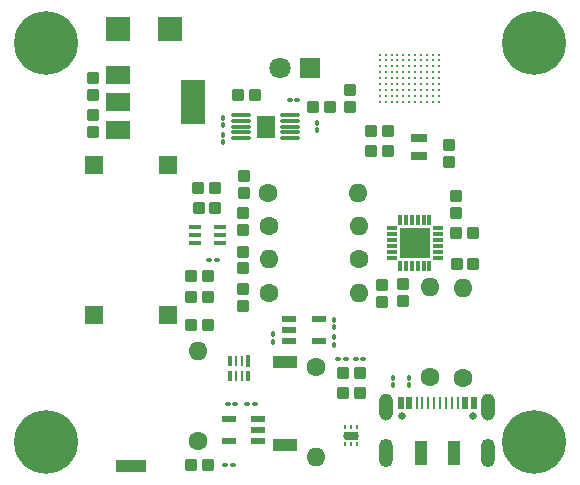
<source format=gts>
%TF.GenerationSoftware,KiCad,Pcbnew,7.0.5*%
%TF.CreationDate,2023-07-26T15:19:29-04:00*%
%TF.ProjectId,GPSPCB,47505350-4342-42e6-9b69-6361645f7063,00*%
%TF.SameCoordinates,Original*%
%TF.FileFunction,Soldermask,Top*%
%TF.FilePolarity,Negative*%
%FSLAX46Y46*%
G04 Gerber Fmt 4.6, Leading zero omitted, Abs format (unit mm)*
G04 Created by KiCad (PCBNEW 7.0.5) date 2023-07-26 15:19:29*
%MOMM*%
%LPD*%
G01*
G04 APERTURE LIST*
G04 Aperture macros list*
%AMRoundRect*
0 Rectangle with rounded corners*
0 $1 Rounding radius*
0 $2 $3 $4 $5 $6 $7 $8 $9 X,Y pos of 4 corners*
0 Add a 4 corners polygon primitive as box body*
4,1,4,$2,$3,$4,$5,$6,$7,$8,$9,$2,$3,0*
0 Add four circle primitives for the rounded corners*
1,1,$1+$1,$2,$3*
1,1,$1+$1,$4,$5*
1,1,$1+$1,$6,$7*
1,1,$1+$1,$8,$9*
0 Add four rect primitives between the rounded corners*
20,1,$1+$1,$2,$3,$4,$5,0*
20,1,$1+$1,$4,$5,$6,$7,0*
20,1,$1+$1,$6,$7,$8,$9,0*
20,1,$1+$1,$8,$9,$2,$3,0*%
%AMFreePoly0*
4,1,14,0.100000,0.600000,0.350000,0.600000,0.350000,-0.600000,0.100000,-0.600000,0.100000,-0.650000,-0.100000,-0.650000,-0.100000,-0.600000,-0.350000,-0.600000,-0.350000,0.450000,-0.200000,0.600000,-0.100000,0.600000,-0.100000,0.650000,0.100000,0.650000,0.100000,0.600000,0.100000,0.600000,$1*%
G04 Aperture macros list end*
%ADD10RoundRect,0.250000X-0.287500X-0.275000X0.287500X-0.275000X0.287500X0.275000X-0.287500X0.275000X0*%
%ADD11RoundRect,0.100000X-0.100000X0.130000X-0.100000X-0.130000X0.100000X-0.130000X0.100000X0.130000X0*%
%ADD12C,1.600000*%
%ADD13O,1.600000X1.600000*%
%ADD14RoundRect,0.250000X0.275000X-0.287500X0.275000X0.287500X-0.275000X0.287500X-0.275000X-0.287500X0*%
%ADD15RoundRect,0.250000X-0.275000X0.287500X-0.275000X-0.287500X0.275000X-0.287500X0.275000X0.287500X0*%
%ADD16R,1.800000X1.800000*%
%ADD17C,1.800000*%
%ADD18RoundRect,0.100000X-0.130000X-0.100000X0.130000X-0.100000X0.130000X0.100000X-0.130000X0.100000X0*%
%ADD19C,5.400000*%
%ADD20C,3.100000*%
%ADD21RoundRect,0.250000X0.287500X0.275000X-0.287500X0.275000X-0.287500X-0.275000X0.287500X-0.275000X0*%
%ADD22O,1.200000X2.400000*%
%ADD23O,1.158000X2.316000*%
%ADD24R,1.000000X2.000000*%
%ADD25R,0.520000X1.000000*%
%ADD26R,0.270000X1.000000*%
%ADD27C,0.630000*%
%ADD28C,0.600000*%
%ADD29R,1.200000X0.600000*%
%ADD30O,1.699999X0.299999*%
%ADD31R,1.569999X1.879999*%
%ADD32R,1.050000X0.400000*%
%ADD33R,2.000000X2.000000*%
%ADD34R,1.400000X0.700000*%
%ADD35R,2.000000X1.000000*%
%ADD36RoundRect,0.100000X0.100000X-0.130000X0.100000X0.130000X-0.100000X0.130000X-0.100000X-0.130000X0*%
%ADD37R,1.500000X1.500000*%
%ADD38R,2.500000X1.000000*%
%ADD39FreePoly0,90.000000*%
%ADD40RoundRect,0.062500X0.062500X-0.112500X0.062500X0.112500X-0.062500X0.112500X-0.062500X-0.112500X0*%
%ADD41R,2.000000X1.500000*%
%ADD42R,2.000000X3.800000*%
%ADD43R,0.300000X1.000000*%
%ADD44R,0.250000X0.950000*%
%ADD45R,0.300000X0.950000*%
%ADD46R,0.300000X0.850000*%
%ADD47R,0.850000X0.300000*%
%ADD48R,2.650000X2.650000*%
%ADD49C,0.290000*%
%ADD50RoundRect,0.100000X0.130000X0.100000X-0.130000X0.100000X-0.130000X-0.100000X0.130000X-0.100000X0*%
G04 APERTURE END LIST*
D10*
%TO.C,C14*%
X71797500Y-59660000D03*
X73222500Y-59660000D03*
%TD*%
%TO.C,C9*%
X63645000Y-68895000D03*
X62220000Y-68895000D03*
%TD*%
D11*
%TO.C,R5*%
X52017500Y-48697500D03*
X52017500Y-49337500D03*
%TD*%
D12*
%TO.C,L3*%
X69530000Y-69230000D03*
D13*
X69530000Y-61610000D03*
%TD*%
D14*
%TO.C,C18*%
X67280000Y-62782500D03*
X67280000Y-61357500D03*
%TD*%
D15*
%TO.C,C15*%
X62810000Y-44895000D03*
X62810000Y-46320000D03*
%TD*%
D16*
%TO.C,D2*%
X59357500Y-43052500D03*
D17*
X56817500Y-43052500D03*
%TD*%
D18*
%TO.C,R14*%
X52210000Y-76670000D03*
X52850000Y-76670000D03*
%TD*%
D19*
%TO.C,H4*%
X37010000Y-74660000D03*
D20*
X37010000Y-74660000D03*
%TD*%
D14*
%TO.C,C19*%
X53750000Y-56765000D03*
X53750000Y-55340000D03*
%TD*%
D21*
%TO.C,C4*%
X65975000Y-50090000D03*
X64550000Y-50090000D03*
%TD*%
D22*
%TO.C,J1*%
X74480000Y-75600000D03*
X65840000Y-75600000D03*
D23*
X74480000Y-71775000D03*
X65840000Y-71775000D03*
D24*
X71560000Y-75600000D03*
X68760000Y-75600000D03*
D25*
X73260000Y-71400000D03*
X72510000Y-71400000D03*
D26*
X71910000Y-71400000D03*
X71410000Y-71400000D03*
X70910000Y-71400000D03*
X70410000Y-71400000D03*
X69910000Y-71400000D03*
X69410000Y-71400000D03*
X68910000Y-71400000D03*
X68410000Y-71400000D03*
D25*
X67810000Y-71400000D03*
X67060000Y-71400000D03*
D27*
X73160000Y-72500000D03*
D28*
X73160000Y-72500000D03*
D27*
X67160000Y-72500000D03*
%TD*%
D15*
%TO.C,C16*%
X65510000Y-61415000D03*
X65510000Y-62840000D03*
%TD*%
D12*
%TO.C,L2*%
X55890000Y-62080000D03*
D13*
X63510000Y-62080000D03*
%TD*%
D11*
%TO.C,R9*%
X61380000Y-64355000D03*
X61380000Y-64995000D03*
%TD*%
%TO.C,R4*%
X52017500Y-47232500D03*
X52017500Y-47872500D03*
%TD*%
D29*
%TO.C,IC2*%
X60120000Y-64280000D03*
X60120000Y-66180000D03*
X57620000Y-66180000D03*
X57620000Y-65230000D03*
X57620000Y-64280000D03*
%TD*%
D30*
%TO.C,U4*%
X53577502Y-46992499D03*
X53577502Y-47492498D03*
X53577502Y-47992500D03*
X53577502Y-48492499D03*
X53577502Y-48992501D03*
X57677501Y-48992501D03*
X57677501Y-48492499D03*
X57677501Y-47992500D03*
X57677501Y-47492498D03*
X57677501Y-46992499D03*
D31*
X55627500Y-47992500D03*
%TD*%
D18*
%TO.C,R7*%
X57667500Y-45752500D03*
X58307500Y-45752500D03*
%TD*%
D29*
%TO.C,IC5*%
X55020000Y-74650000D03*
X55020000Y-73700000D03*
X55020000Y-72750000D03*
X52520000Y-72750000D03*
X52520000Y-74650000D03*
%TD*%
D32*
%TO.C,IC4*%
X51740000Y-57820000D03*
X51740000Y-57170000D03*
X51740000Y-56520000D03*
X49640000Y-56520000D03*
X49640000Y-57170000D03*
X49640000Y-57820000D03*
%TD*%
D11*
%TO.C,R6*%
X59970000Y-47670000D03*
X59970000Y-48310000D03*
%TD*%
D33*
%TO.C,TP2*%
X47540000Y-39710000D03*
%TD*%
D14*
%TO.C,C12*%
X71770000Y-55280000D03*
X71770000Y-53855000D03*
%TD*%
D21*
%TO.C,C23*%
X51385000Y-54890000D03*
X49960000Y-54890000D03*
%TD*%
D15*
%TO.C,C5*%
X71160000Y-49570000D03*
X71160000Y-50995000D03*
%TD*%
D20*
%TO.C,H2*%
X78370000Y-40940000D03*
D19*
X78370000Y-40940000D03*
%TD*%
D12*
%TO.C,Le*%
X63510000Y-59200000D03*
D13*
X55890000Y-59200000D03*
%TD*%
D12*
%TO.C,L7*%
X55870000Y-53590000D03*
D13*
X63490000Y-53590000D03*
%TD*%
D34*
%TO.C,Y2*%
X68610000Y-48950000D03*
X68610000Y-50450000D03*
%TD*%
D35*
%TO.C,ANT1*%
X57307500Y-67915000D03*
X57307500Y-74915000D03*
%TD*%
D12*
%TO.C,L4*%
X72374315Y-69240000D03*
D13*
X72374315Y-61620000D03*
%TD*%
D14*
%TO.C,C21*%
X53780000Y-53600000D03*
X53780000Y-52175000D03*
%TD*%
D21*
%TO.C,C22*%
X51340000Y-53200000D03*
X49915000Y-53200000D03*
%TD*%
D13*
%TO.C,L1*%
X59907500Y-75995000D03*
D12*
X59907500Y-68375000D03*
%TD*%
D15*
%TO.C,C6*%
X40980000Y-43920000D03*
X40980000Y-45345000D03*
%TD*%
D18*
%TO.C,R16*%
X54710000Y-71440000D03*
X54070000Y-71440000D03*
%TD*%
D36*
%TO.C,R10*%
X56280000Y-65560000D03*
X56280000Y-66200000D03*
%TD*%
D37*
%TO.C,ANT2*%
X47340000Y-51220000D03*
X41120000Y-51220000D03*
X47340000Y-63980000D03*
X41120000Y-63980000D03*
D38*
X44230000Y-76730000D03*
%TD*%
D36*
%TO.C,R2*%
X66440000Y-69260000D03*
X66440000Y-69900000D03*
%TD*%
D39*
%TO.C,U2*%
X62867500Y-74165000D03*
D40*
X62367500Y-73440000D03*
X62867500Y-73440000D03*
X63367500Y-73440000D03*
X63367500Y-74890000D03*
X62867500Y-74890000D03*
X62367500Y-74890000D03*
%TD*%
D10*
%TO.C,C8*%
X63642500Y-70515000D03*
X62217500Y-70515000D03*
%TD*%
D41*
%TO.C,U3*%
X43150000Y-43650000D03*
X43150000Y-45950000D03*
D42*
X49450000Y-45950000D03*
D41*
X43150000Y-48250000D03*
%TD*%
D43*
%TO.C,IC6*%
X54140000Y-67875000D03*
D44*
X53640000Y-67850000D03*
X53140000Y-67850000D03*
D45*
X52640000Y-67850000D03*
X52640000Y-69100000D03*
D44*
X53140000Y-69100000D03*
X53640000Y-69100000D03*
D45*
X54140000Y-69100000D03*
%TD*%
D21*
%TO.C,C10*%
X61060000Y-46320000D03*
X59635000Y-46320000D03*
%TD*%
D46*
%TO.C,IC3*%
X67000000Y-59820000D03*
X67500000Y-59820000D03*
X68000000Y-59820000D03*
X68500000Y-59820000D03*
X69000000Y-59820000D03*
X69500000Y-59820000D03*
D47*
X70200000Y-59120000D03*
X70200000Y-58620000D03*
X70200000Y-58120000D03*
X70200000Y-57620000D03*
X70200000Y-57120000D03*
X70200000Y-56620000D03*
D46*
X69500000Y-55920000D03*
X69000000Y-55920000D03*
X68500000Y-55920000D03*
X68000000Y-55920000D03*
X67500000Y-55920000D03*
X67000000Y-55920000D03*
D47*
X66300000Y-56620000D03*
X66300000Y-57120000D03*
X66300000Y-57620000D03*
X66300000Y-58120000D03*
X66300000Y-58620000D03*
X66300000Y-59120000D03*
D48*
X68250000Y-57870000D03*
%TD*%
D20*
%TO.C,H3*%
X78360000Y-74660000D03*
D19*
X78360000Y-74660000D03*
%TD*%
D12*
%TO.C,L8*%
X49910000Y-74630000D03*
D13*
X49910000Y-67010000D03*
%TD*%
D14*
%TO.C,C7*%
X40980000Y-48425000D03*
X40980000Y-47000000D03*
%TD*%
D21*
%TO.C,C11*%
X54710000Y-45292500D03*
X53285000Y-45292500D03*
%TD*%
%TO.C,C25*%
X50775000Y-64810000D03*
X49350000Y-64810000D03*
%TD*%
D20*
%TO.C,H1*%
X37030000Y-40940000D03*
D19*
X37030000Y-40940000D03*
%TD*%
D49*
%TO.C,IC1*%
X70290000Y-41890000D03*
X70290000Y-42390000D03*
X70290000Y-42890000D03*
X70290000Y-43390000D03*
X70290000Y-43890000D03*
X70290000Y-44390000D03*
X70290000Y-44890000D03*
X70290000Y-45390000D03*
X70290000Y-45890000D03*
X69790000Y-41890000D03*
X69790000Y-42390000D03*
X69790000Y-42890000D03*
X69790000Y-43390000D03*
X69790000Y-43890000D03*
X69790000Y-44390000D03*
X69790000Y-44890000D03*
X69790000Y-45390000D03*
X69790000Y-45890000D03*
X69290000Y-41890000D03*
X69290000Y-42390000D03*
X69290000Y-42890000D03*
X69290000Y-43390000D03*
X69290000Y-43890000D03*
X69290000Y-44390000D03*
X69290000Y-44890000D03*
X69290000Y-45390000D03*
X69290000Y-45890000D03*
X68790000Y-41890000D03*
X68790000Y-42390000D03*
X68790000Y-42890000D03*
X68790000Y-43390000D03*
X68790000Y-43890000D03*
X68790000Y-44390000D03*
X68790000Y-44890000D03*
X68790000Y-45390000D03*
X68790000Y-45890000D03*
X68290000Y-41890000D03*
X68290000Y-42390000D03*
X68290000Y-42890000D03*
X68290000Y-43390000D03*
X68290000Y-43890000D03*
X68290000Y-44390000D03*
X68290000Y-44890000D03*
X68290000Y-45390000D03*
X68290000Y-45890000D03*
X67790000Y-41890000D03*
X67790000Y-42390000D03*
X67790000Y-42890000D03*
X67790000Y-43390000D03*
X67790000Y-43890000D03*
X67790000Y-44390000D03*
X67790000Y-44890000D03*
X67790000Y-45390000D03*
X67790000Y-45890000D03*
X67290000Y-41890000D03*
X67290000Y-42390000D03*
X67290000Y-42890000D03*
X67290000Y-43390000D03*
X67290000Y-43890000D03*
X67290000Y-44390000D03*
X67290000Y-44890000D03*
X67290000Y-45390000D03*
X67290000Y-45890000D03*
X66790000Y-41890000D03*
X66790000Y-42390000D03*
X66790000Y-42890000D03*
X66790000Y-43390000D03*
X66790000Y-43890000D03*
X66790000Y-44390000D03*
X66790000Y-44890000D03*
X66790000Y-45390000D03*
X66790000Y-45890000D03*
X66290000Y-41890000D03*
X66290000Y-42390000D03*
X66290000Y-42890000D03*
X66290000Y-43390000D03*
X66290000Y-43890000D03*
X66290000Y-44390000D03*
X66290000Y-44890000D03*
X66290000Y-45390000D03*
X66290000Y-45890000D03*
X65790000Y-41890000D03*
X65790000Y-42390000D03*
X65790000Y-42890000D03*
X65790000Y-43390000D03*
X65790000Y-43890000D03*
X65790000Y-44390000D03*
X65790000Y-44890000D03*
X65790000Y-45390000D03*
X65790000Y-45890000D03*
X65290000Y-41890000D03*
X65290000Y-42390000D03*
X65290000Y-42890000D03*
X65290000Y-43390000D03*
X65290000Y-43890000D03*
X65290000Y-44390000D03*
X65290000Y-44890000D03*
X65290000Y-45390000D03*
X65290000Y-45890000D03*
%TD*%
D21*
%TO.C,C24*%
X50770000Y-62420000D03*
X49345000Y-62420000D03*
%TD*%
D18*
%TO.C,R3*%
X63890000Y-67695000D03*
X63250000Y-67695000D03*
%TD*%
%TO.C,R15*%
X53070000Y-71440000D03*
X52430000Y-71440000D03*
%TD*%
D15*
%TO.C,C13*%
X53730000Y-61730000D03*
X53730000Y-63155000D03*
%TD*%
D21*
%TO.C,Ce*%
X65965000Y-48370000D03*
X64540000Y-48370000D03*
%TD*%
%TO.C,C27*%
X50770000Y-60660000D03*
X49345000Y-60660000D03*
%TD*%
D36*
%TO.C,R11*%
X61380000Y-65835000D03*
X61380000Y-66475000D03*
%TD*%
D10*
%TO.C,C26*%
X49347500Y-76620000D03*
X50772500Y-76620000D03*
%TD*%
D18*
%TO.C,R12*%
X50835000Y-59270000D03*
X51475000Y-59270000D03*
%TD*%
D33*
%TO.C,TP1*%
X43130000Y-39700000D03*
%TD*%
D50*
%TO.C,R1*%
X61770000Y-67685000D03*
X62410000Y-67685000D03*
%TD*%
D15*
%TO.C,C20*%
X53750000Y-58572500D03*
X53750000Y-59997500D03*
%TD*%
D12*
%TO.C,L5*%
X55880000Y-56410000D03*
D13*
X63500000Y-56410000D03*
%TD*%
D21*
%TO.C,C17*%
X73200000Y-57040000D03*
X71775000Y-57040000D03*
%TD*%
D11*
%TO.C,R8*%
X67770000Y-69265000D03*
X67770000Y-69905000D03*
%TD*%
M02*

</source>
